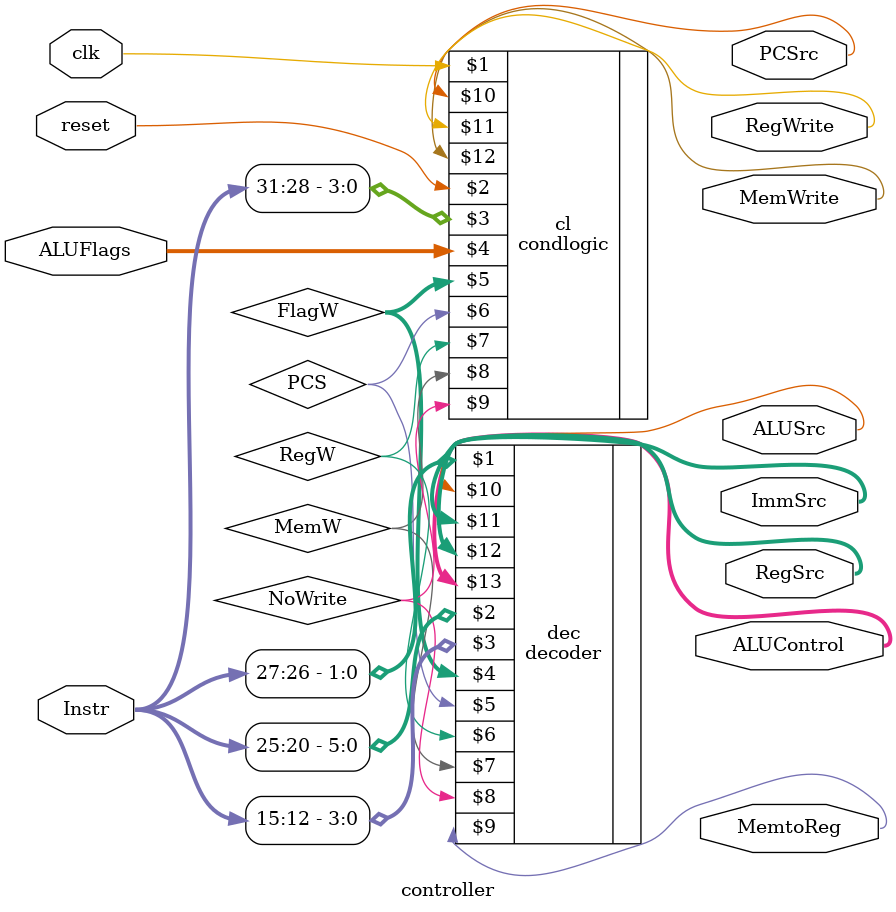
<source format=sv>
module controller(input logic clk, reset,
	input logic [31:12] Instr,
	input logic [3:0] ALUFlags,
	output logic [1:0] RegSrc,
	output logic RegWrite,
	output logic [1:0] ImmSrc,
	output logic ALUSrc,
	output logic [1:0] ALUControl,
	output logic MemWrite, MemtoReg,
	output logic PCSrc);
	
	logic [1:0] FlagW;
	logic PCS, RegW, MemW, NoWrite;

	decoder dec(Instr[27:26], Instr[25:20], Instr[15:12],
		FlagW, PCS, RegW, MemW, NoWrite, MemtoReg, ALUSrc, ImmSrc, RegSrc, ALUControl);

	condlogic cl(clk, reset, Instr[31:28], ALUFlags,FlagW,
	PCS, RegW, MemW, NoWrite,PCSrc, RegWrite, MemWrite);

endmodule
</source>
